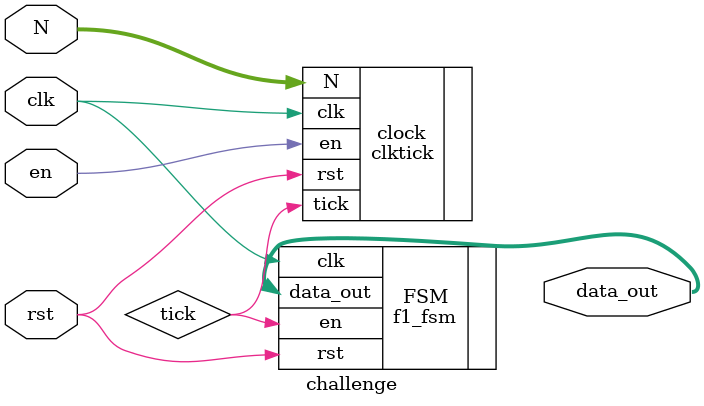
<source format=sv>
module challenge #(
    parameter WIDTH = 16
)(
    input  logic             clk,      // clock 
    input  logic             rst,      // reset
    input  logic             en,       // enable signal
    input  logic [WIDTH-1:0] N,        // clock divided by N+1
    output logic [7:0]       data_out  // output
);

logic tick;

f1_fsm FSM (
    .clk (clk),
    .rst (rst),
    .en (tick), 
    .data_out (data_out)
);

clktick clock (
    .clk (clk),
    .rst (rst),
    .en (en),
    .N (N),
    .tick (tick)
);

endmodule

</source>
